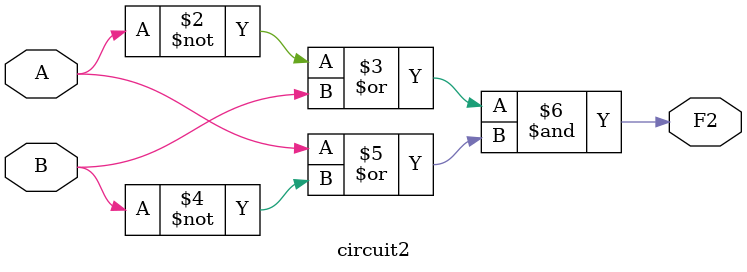
<source format=v>
`timescale 1ns / 1ps


module circuit2(
    input A,
    input B,
    output reg F2   // identified as register
    );
    
    always @(A or B) begin
        F2 = (~A | B) & (A | ~B);
//        case ({A,B,C})
//            3'b000: F1 = 1'b0;
//            3'b000: F1 = 1'b1;
//        endcase
    end
    
endmodule

</source>
